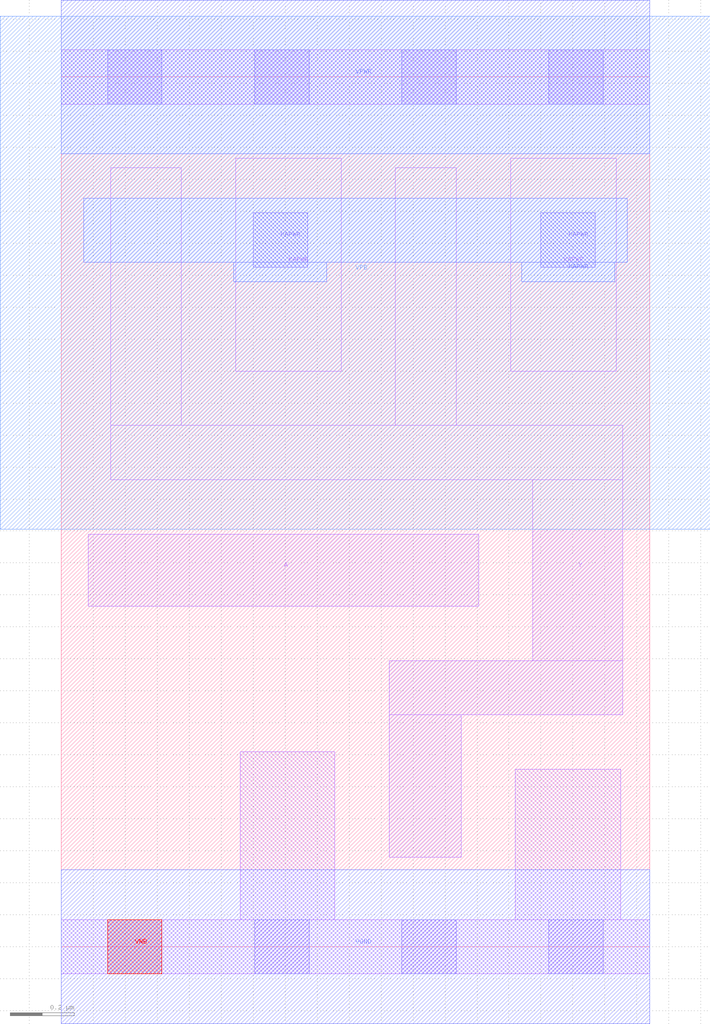
<source format=lef>
# Copyright 2020 The SkyWater PDK Authors
#
# Licensed under the Apache License, Version 2.0 (the "License");
# you may not use this file except in compliance with the License.
# You may obtain a copy of the License at
#
#     https://www.apache.org/licenses/LICENSE-2.0
#
# Unless required by applicable law or agreed to in writing, software
# distributed under the License is distributed on an "AS IS" BASIS,
# WITHOUT WARRANTIES OR CONDITIONS OF ANY KIND, either express or implied.
# See the License for the specific language governing permissions and
# limitations under the License.
#
# SPDX-License-Identifier: Apache-2.0

VERSION 5.7 ;
  NOWIREEXTENSIONATPIN ON ;
  DIVIDERCHAR "/" ;
  BUSBITCHARS "[]" ;
MACRO sky130_fd_sc_hd__lpflow_clkinvkapwr_2
  CLASS CORE ;
  FOREIGN sky130_fd_sc_hd__lpflow_clkinvkapwr_2 ;
  ORIGIN  0.000000  0.000000 ;
  SIZE  1.840000 BY  2.720000 ;
  SYMMETRY X Y R90 ;
  SITE unithd ;
  PIN A
    ANTENNAGATEAREA  0.576000 ;
    DIRECTION INPUT ;
    USE SIGNAL ;
    PORT
      LAYER li1 ;
        RECT 0.085000 1.065000 1.305000 1.290000 ;
    END
  END A
  PIN Y
    ANTENNADIFFAREA  0.662600 ;
    DIRECTION OUTPUT ;
    USE SIGNAL ;
    PORT
      LAYER li1 ;
        RECT 0.155000 1.460000 1.755000 1.630000 ;
        RECT 0.155000 1.630000 0.375000 2.435000 ;
        RECT 1.025000 0.280000 1.250000 0.725000 ;
        RECT 1.025000 0.725000 1.755000 0.895000 ;
        RECT 1.045000 1.630000 1.235000 2.435000 ;
        RECT 1.475000 0.895000 1.755000 1.460000 ;
    END
  END Y
  PIN KAPWR
    DIRECTION INOUT ;
    SHAPE ABUTMENT ;
    USE POWER ;
    PORT
      LAYER li1 ;
        RECT 0.545000 1.800000 0.875000 2.465000 ;
      LAYER mcon ;
        RECT 0.600000 2.125000 0.770000 2.295000 ;
    END
    PORT
      LAYER li1 ;
        RECT 1.405000 1.800000 1.735000 2.465000 ;
      LAYER mcon ;
        RECT 1.500000 2.125000 1.670000 2.295000 ;
    END
    PORT
      LAYER met1 ;
        RECT 0.070000 2.140000 1.770000 2.340000 ;
        RECT 0.540000 2.080000 0.830000 2.140000 ;
        RECT 1.440000 2.080000 1.730000 2.140000 ;
    END
  END KAPWR
  PIN VGND
    DIRECTION INOUT ;
    SHAPE ABUTMENT ;
    USE GROUND ;
    PORT
      LAYER met1 ;
        RECT 0.000000 -0.240000 1.840000 0.240000 ;
    END
  END VGND
  PIN VNB
    DIRECTION INOUT ;
    USE GROUND ;
    PORT
      LAYER pwell ;
        RECT 0.145000 -0.085000 0.315000 0.085000 ;
    END
  END VNB
  PIN VPB
    DIRECTION INOUT ;
    USE POWER ;
    PORT
      LAYER nwell ;
        RECT -0.190000 1.305000 2.030000 2.910000 ;
    END
  END VPB
  PIN VPWR
    DIRECTION INOUT ;
    SHAPE ABUTMENT ;
    USE POWER ;
    PORT
      LAYER met1 ;
        RECT 0.000000 2.480000 1.840000 2.960000 ;
    END
  END VPWR
  OBS
    LAYER li1 ;
      RECT 0.000000 -0.085000 1.840000 0.085000 ;
      RECT 0.000000  2.635000 1.840000 2.805000 ;
      RECT 0.560000  0.085000 0.855000 0.610000 ;
      RECT 1.420000  0.085000 1.750000 0.555000 ;
    LAYER mcon ;
      RECT 0.145000 -0.085000 0.315000 0.085000 ;
      RECT 0.145000  2.635000 0.315000 2.805000 ;
      RECT 0.605000 -0.085000 0.775000 0.085000 ;
      RECT 0.605000  2.635000 0.775000 2.805000 ;
      RECT 1.065000 -0.085000 1.235000 0.085000 ;
      RECT 1.065000  2.635000 1.235000 2.805000 ;
      RECT 1.525000 -0.085000 1.695000 0.085000 ;
      RECT 1.525000  2.635000 1.695000 2.805000 ;
  END
END sky130_fd_sc_hd__lpflow_clkinvkapwr_2
END LIBRARY

</source>
